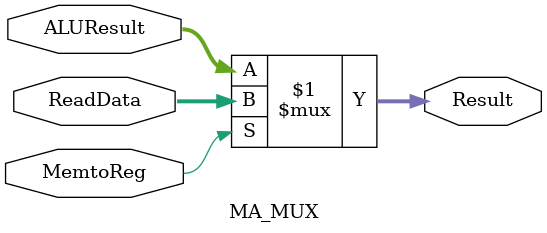
<source format=v>
`timescale 1ns / 1ps

module MA_MUX(
    input MemtoReg,
    input [31:0] ALUResult,
    input [31:0] ReadData,
    output [31:0] Result
);

assign Result = MemtoReg? ReadData: ALUResult;

endmodule
</source>
